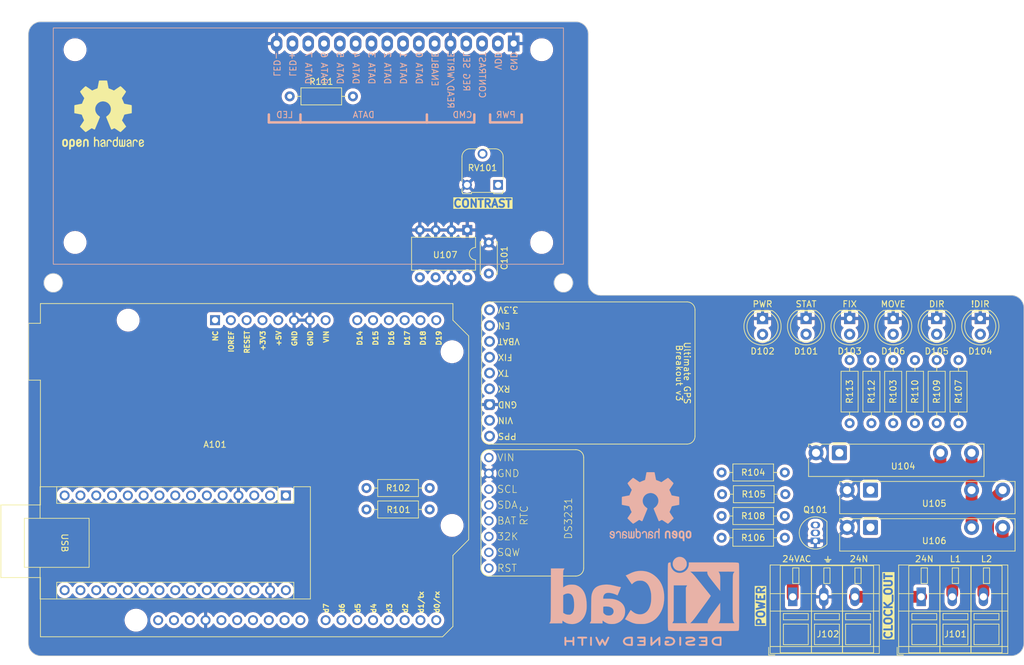
<source format=kicad_pcb>
(kicad_pcb (version 20221018) (generator pcbnew)
  (layers (0 "F.Cu" signal) (31 "B.Cu" signal) (34 "B.Paste" user) (35 "F.Paste" user) (36 "B.SilkS" user "B.Silkscreen") (37 "F.SilkS" user "F.Silkscreen") (38 "B.Mask" user) (39 "F.Mask" user) (44 "Edge.Cuts" user))
  (net 0 "")
  (net 6 "GND")
  (net 7 "+5V")
  (net 12 "/SDA")
  (net 13 "/SCL")
  (net 16 "/GPS_PPS")
  (net 17 "/EN")
  (net 18 "/DIR")
  (net 19 "/REG_SEL")
  (net 20 "/LCD_EN")
  (net 21 "/GPS_RX")
  (net 22 "/GPS_TX")
  (net 23 "/LCD_4")
  (net 24 "/LCD_5")
  (net 25 "/LCD_6")
  (net 26 "/LCD_7")
  (net 27 "/STAT")
  (net 31 "Net-(D103-A)")
  (net 32 "Net-(D104-A)")
  (net 33 "Net-(D105-A)")
  (net 34 "Net-(D106-A)")
  (net 35 "/24VAC_N")
  (net 36 "/L1_OUT")
  (net 37 "/L2_OUT")
  (net 38 "/24VAC_L")
  (net 39 "Net-(Q101-B)")
  (net 40 "/NOT_DIR")
  (net 41 "Net-(U102-FIX)")
  (net 42 "Net-(R104-Pad2)")
  (net 43 "Net-(R105-Pad2)")
  (net 44 "Net-(U108-LED+)")
  (net 45 "Net-(U108-CONTRAST)")
  (net 53 "Net-(U104-Pad14)")
  (net 58 "Net-(D101-A)")
  (net 59 "Net-(D102-A)")
  (footprint "Capacitor_THT:C_Disc_D5.0mm_W2.5mm_P5.00mm" (layer "F.Cu") (at -18 -1.5 90)
    (fp_text reference "C101" (at 2.5 2.5 90) (layer "F.SilkS"))
    (fp_text value "100nF")
    (pad "1" thru_hole circle (at 0 0 90) (size 1.6 1.6) (drill 0.8) (layers "*.Cu" "*.Mask") (net 7 "+5V"))
    (pad "2" thru_hole circle (at 5 0 90) (size 1.6 1.6) (drill 0.8) (layers "*.Cu" "*.Mask") (net 6 "GND"))
  )
  (footprint "Resistor_THT:R_Axial_DIN0207_L6.3mm_D2.5mm_P10.16mm_Horizontal" (layer "F.Cu") (at 29.58 37.5 180)
    (fp_text reference "R108" (at 5.08 0) (layer "F.SilkS"))
    (fp_text value "1k")
    (pad "1" thru_hole circle (at 0 0 180) (size 1.6 1.6) (drill 0.8) (layers "*.Cu" "*.Mask") (net 39 "Net-(Q101-B)"))
    (pad "2" thru_hole oval (at 10.16 0 180) (size 1.6 1.6) (drill 0.8) (layers "*.Cu" "*.Mask") (net 18 "/DIR"))
  )
  (footprint "ac1ja:Ultimate GPS Breakout V3 Module" (layer "F.Cu") (at -17.875 14.5 -90)
    (fp_text reference "U102")
    (fp_text value "~")
    (fp_text user "3.3V" (at -10.16 -1.27 180 unlocked) (layer "F.SilkS") (effects (justify right)))
    (fp_text user "RX" (at 2.54 -1.27 180 unlocked) (layer "F.SilkS") (effects (justify right)))
    (fp_text user "VIN" (at 7.62 -1.27 180 unlocked) (layer "F.SilkS") (effects (justify right)))
    (fp_text user "PPS" (at 10.16 -1.27 180 unlocked) (layer "F.SilkS") (effects (justify right)))
    (fp_text user "FIX" (at -2.54 -1.27 180 unlocked) (layer "F.SilkS") (effects (justify right)))
    (fp_text user "GND" (at 5.08 -1.27 180 unlocked) (layer "F.SilkS") (effects (justify right)))
    (fp_text user "EN" (at -7.62 -1.27 180 unlocked) (layer "F.SilkS") (effects (justify right)))
    (fp_text user "VBAT" (at -5.08 -1.27 180 unlocked) (layer "F.SilkS") (effects (justify right)))
    (fp_text user "Ultimate GPS" (at 0 -31.75 -90 unlocked) (layer "F.SilkS"))
    (fp_text user "TX" (at 0 -1.27 180 unlocked) (layer "F.SilkS") (effects (justify right)))
    (fp_text user "Breakout v3" (at 0 -30.48 -90 unlocked) (layer "F.SilkS"))
    (pad "1" thru_hole circle (at -10.16 0 270) (size 1.7272 1.7272) (drill 1.016) (layers "*.Cu" "*.Mask"))
    (pad "2" thru_hole circle (at -7.62 0 270) (size 1.7272 1.7272) (drill 1.016) (layers "*.Cu" "*.Mask"))
    (pad "3" thru_hole circle (at -5.08 0 270) (size 1.7272 1.7272) (drill 1.016) (layers "*.Cu" "*.Mask"))
    (pad "4" thru_hole circle (at -2.54 0 270) (size 1.7272 1.7272) (drill 1.016) (layers "*.Cu" "*.Mask") (net 41 "Net-(U102-FIX)"))
    (pad "5" thru_hole circle (at 0 0 270) (size 1.7272 1.7272) (drill 1.016) (layers "*.Cu" "*.Mask") (net 22 "/GPS_TX"))
    (pad "6" thru_hole circle (at 2.54 0 270) (size 1.7272 1.7272) (drill 1.016) (layers "*.Cu" "*.Mask") (net 21 "/GPS_RX"))
    (pad "7" thru_hole roundrect (at 5.08 0 270) (size 1.7272 1.7272) (drill 1.016) (layers "*.Cu" "*.Mask") (net 6 "GND"))
    (pad "8" thru_hole circle (at 7.62 0 270) (size 1.7272 1.7272) (drill 1.016) (layers "*.Cu" "*.Mask") (net 7 "+5V"))
    (pad "9" thru_hole circle (at 10.16 0 270) (size 1.7272 1.7272) (drill 1.016) (layers "*.Cu" "*.Mask") (net 16 "/GPS_PPS"))
  )
  (footprint "Resistor_THT:R_Axial_DIN0207_L6.3mm_D2.5mm_P10.16mm_Horizontal" (layer "F.Cu") (at 29.58 41 180)
    (fp_text reference "R106" (at 5.08 0) (layer "F.SilkS"))
    (fp_text value "510")
    (pad "1" thru_hole circle (at 0 0 180) (size 1.6 1.6) (drill 0.8) (layers "*.Cu" "*.Mask") (net 40 "/NOT_DIR"))
    (pad "2" thru_hole oval (at 10.16 0 180) (size 1.6 1.6) (drill 0.8) (layers "*.Cu" "*.Mask") (net 7 "+5V"))
  )
  (footprint "TerminalBlock_WAGO:TerminalBlock_WAGO_236-103_1x03_P5.00mm_45Degree" (layer "F.Cu") (at 30.85 50.5)
    (fp_text reference "J102" (at 5.65 6) (layer "F.SilkS"))
    (fp_text value "POWER")
    (pad "1" thru_hole rect (at 0 0) (size 1.5 3) (drill 1.15) (layers "*.Cu" "*.Mask") (net 38 "/24VAC_L"))
    (pad "2" thru_hole oval (at 5 0) (size 1.5 3) (drill 1.15) (layers "*.Cu" "*.Mask") (net 6 "GND"))
    (pad "3" thru_hole oval (at 10 0) (size 1.5 3) (drill 1.15) (layers "*.Cu" "*.Mask") (net 35 "/24VAC_N"))
  )
  (footprint "Package_TO_SOT_THT:TO-92_Inline" (layer "F.Cu") (at 34.5 41.5 90)
    (fp_text reference "Q101" (at 5 0 180) (layer "F.SilkS"))
    (fp_text value "2N3904")
    (pad "1" thru_hole rect (at 0 0 90) (size 1.05 1.5) (drill 0.75) (layers "*.Cu" "*.Mask") (net 6 "GND"))
    (pad "2" thru_hole oval (at 1.27 0 90) (size 1.05 1.5) (drill 0.75) (layers "*.Cu" "*.Mask") (net 39 "Net-(Q101-B)"))
    (pad "3" thru_hole oval (at 2.54 0 90) (size 1.05 1.5) (drill 0.75) (layers "*.Cu" "*.Mask") (net 40 "/NOT_DIR"))
  )
  (footprint "LED_THT:LED_D5.0mm" (layer "F.Cu") (at 40 5.725 -90)
    (fp_text reference "D103" (at 5.275 0 -180) (layer "F.SilkS"))
    (fp_text value "FIX")
    (pad "1" thru_hole rect (at 0 0 270) (size 1.8 1.8) (drill 0.9) (layers "*.Cu" "*.Mask") (net 6 "GND"))
    (pad "2" thru_hole circle (at 2.54 0 270) (size 1.8 1.8) (drill 0.9) (layers "*.Cu" "*.Mask") (net 31 "Net-(D103-A)"))
  )
  (footprint "ac1ja:DS3231" (layer "F.Cu") (at -17.985 37 -90)
    (fp_text reference "U103")
    (fp_text value "~" hide)
    (fp_text user "SDA" (at -1.27 -1.27) (layer "F.SilkS") (effects (font (size 1.1684 1.1684) (thickness 0.1016)) (justify left)))
    (fp_text user "GND" (at -6.35 -1.27) (layer "F.SilkS") (effects (font (size 1.1684 1.1684) (thickness 0.1016)) (justify left)))
    (fp_text user "SQW" (at 6.35 -1.27) (layer "F.SilkS") (effects (font (size 1.1684 1.1684) (thickness 0.1016)) (justify left)))
    (fp_text user "VIN" (at -8.89 -1.27) (layer "F.SilkS") (effects (font (size 1.1684 1.1684) (thickness 0.1016)) (justify left)))
    (fp_text user "DS3231" (at -2.54 -13.462 90) (layer "F.SilkS") (effects (font (size 1.1684 1.1684) (thickness 0.1016)) (justify right bottom)))
    (fp_text user "RTC" (at -1.27 -6.35 90) (layer "F.SilkS") (effects (font (size 1.1684 1.1684) (thickness 0.1016)) (justify right bottom)))
    (fp_text user "BAT" (at 1.27 -1.27) (layer "F.SilkS") (effects (font (size 1.1684 1.1684) (thickness 0.1016)) (justify left)))
    (fp_text user "32K" (at 3.81 -1.27) (layer "F.SilkS") (effects (font (size 1.1684 1.1684) (thickness 0.1016)) (justify left)))
    (fp_text user "RST" (at 8.89 -1.27) (layer "F.SilkS") (effects (font (size 1.1684 1.1684) (thickness 0.1016)) (justify left)))
    (fp_text user "SCL" (at -3.81 -1.27) (layer "F.SilkS") (effects (font (size 1.1684 1.1684) (thickness 0.1016)) (justify left)))
    (pad "1" thru_hole circle (at -8.89 0 270) (size 1.508 1.508) (drill 1) (layers "*.Cu" "*.Mask") (net 7 "+5V"))
    (pad "2" thru_hole circle (at -6.35 0 270) (size 1.508 1.508) (drill 1) (layers "*.Cu" "*.Mask") (net 6 "GND"))
    (pad "3" thru_hole circle (at -3.81 0 270) (size 1.508 1.508) (drill 1) (layers "*.Cu" "*.Mask") (net 13 "/SCL"))
    (pad "4" thru_hole circle (at -1.27 0 270) (size 1.508 1.508) (drill 1) (layers "*.Cu" "*.Mask") (net 12 "/SDA"))
    (pad "5" thru_hole circle (at 1.27 0 270) (size 1.508 1.508) (drill 1) (layers "*.Cu" "*.Mask"))
    (pad "6" thru_hole circle (at 3.81 0 270) (size 1.508 1.508) (drill 1) (layers "*.Cu" "*.Mask"))
    (pad "7" thru_hole circle (at 6.35 0 270) (size 1.508 1.508) (drill 1) (layers "*.Cu" "*.Mask"))
    (pad "8" thru_hole circle (at 8.89 0 270) (size 1.508 1.508) (drill 1) (layers "*.Cu" "*.Mask"))
  )
  (footprint "Resistor_THT:R_Axial_DIN0207_L6.3mm_D2.5mm_P10.16mm_Horizontal" (layer "F.Cu") (at -37.66 36.45)
    (fp_text reference "R101" (at 5.16 0.05) (layer "F.SilkS"))
    (fp_text value "10K")
    (pad "1" thru_hole circle (at 0 0) (size 1.6 1.6) (drill 0.8) (layers "*.Cu" "*.Mask") (net 7 "+5V"))
    (pad "2" thru_hole oval (at 10.16 0) (size 1.6 1.6) (drill 0.8) (layers "*.Cu" "*.Mask") (net 12 "/SDA"))
  )
  (footprint "Resistor_THT:R_Axial_DIN0207_L6.3mm_D2.5mm_P10.16mm_Horizontal" (layer "F.Cu") (at -37.66 33)
    (fp_text reference "R102" (at 5.08 0) (layer "F.SilkS"))
    (fp_text value "10K")
    (pad "1" thru_hole circle (at 0 0) (size 1.6 1.6) (drill 0.8) (layers "*.Cu" "*.Mask") (net 7 "+5V"))
    (pad "2" thru_hole oval (at 10.16 0) (size 1.6 1.6) (drill 0.8) (layers "*.Cu" "*.Mask") (net 13 "/SCL"))
  )
  (footprint "Symbol:OSHW-Logo2_14.6x12mm_SilkScreen" (layer "F.Cu") (at -80 -27)
    (fp_text reference "REF**" hide)
    (fp_text value "OSHW-Logo2_14.6x12mm_SilkScreen" hide)
  )
  (footprint "LED_THT:LED_D5.0mm" (layer "F.Cu") (at 47 5.725 -90)
    (fp_text reference "D106" (at 5.275 0 -180) (layer "F.SilkS"))
    (fp_text value "EN")
    (pad "1" thru_hole rect (at 0 0 270) (size 1.8 1.8) (drill 0.9) (layers "*.Cu" "*.Mask") (net 6 "GND"))
    (pad "2" thru_hole circle (at 2.54 0 270) (size 1.8 1.8) (drill 0.9) (layers "*.Cu" "*.Mask") (net 34 "Net-(D106-A)"))
  )
  (footprint "ac1ja:Arduino_Uno_Nano_Combo" (layer "F.Cu") (at -62 6)
    (fp_text reference "A101" (at 0 20 180) (layer "F.SilkS"))
    (fp_text value "Arduino_UNO_R3")
    (fp_text user "D14\n\nD15\n\nD16\n\nD17\n\nD18\n\nD19" (at 22.8 1.6 90 unlocked) (layer "F.SilkS") (effects (font (size 0.79 0.8) (thickness 0.19) bold) (justify right top)))
    (fp_text user "NC\n\nIOREF\n\nRESET\n\n+3V3\n\n+5V\n\nGND\n\nGND\n\nVIN" (at -0.4 1.6 90 unlocked) (layer "F.SilkS") (effects (font (size 0.79 0.8) (thickness 0.19) bold) (justify right top)))
    (fp_text user "d7\n\nd6\n\nd5\n\nd4\n\nd3\n\nd2\n\nd1/tx\n\nd0/rx" (at 17.4 47.2 90 unlocked) (layer "F.SilkS") (effects (font (size 0.79 0.8) (thickness 0.19) bold) (justify left top)))
    (fp_text user "USB" (at -24.175 35.82 -90 unlocked) (layer "F.SilkS"))
    (pad "" np_thru_hole circle (at -13.97 0 90) (size 3.2 3.2) (drill 3.2) (layers "*.Cu" "*.Mask"))
    (pad "" np_thru_hole circle (at -12.7 48.26 90) (size 3.2 3.2) (drill 3.2) (layers "*.Cu" "*.Mask"))
    (pad "" thru_hole oval (at -1.315 43.44 270) (size 1.6 1.6) (drill 1) (layers "*.Cu" "*.Mask"))
    (pad "" thru_hole oval (at 1.225 43.44 270) (size 1.6 1.6) (drill 1) (layers "*.Cu" "*.Mask"))
    (pad "" np_thru_hole circle (at 38.1 5.08 90) (size 3.2 3.2) (drill 3.2) (layers "*.Cu" "*.Mask"))
    (pad "" np_thru_hole circle (at 38.1 33.02 90) (size 3.2 3.2) (drill 3.2) (layers "*.Cu" "*.Mask"))
    (pad "1" thru_hole rect (at 0 0 90) (size 1.6 1.6) (drill 1) (layers "*.Cu" "*.Mask"))
    (pad "2" thru_hole oval (at -19.095 43.44 270) (size 1.6 1.6) (drill 1) (layers "*.Cu" "*.Mask"))
    (pad "2" thru_hole oval (at 2.54 0 90) (size 1.6 1.6) (drill 1) (layers "*.Cu" "*.Mask"))
    (pad "3" thru_hole oval (at 5.08 0 90) (size 1.6 1.6) (drill 1) (layers "*.Cu" "*.Mask"))
    (pad "3" thru_hole oval (at 6.305 28.2 270) (size 1.6 1.6) (drill 1) (layers "*.Cu" "*.Mask"))
    (pad "3" thru_hole oval (at 6.305 43.44 270) (size 1.6 1.6) (drill 1) (layers "*.Cu" "*.Mask"))
    (pad "4" thru_hole oval (at -21.635 43.44 270) (size 1.6 1.6) (drill 1) (layers "*.Cu" "*.Mask"))
    (pad "4" thru_hole oval (at 7.62 0 90) (size 1.6 1.6) (drill 1) (layers "*.Cu" "*.Mask"))
    (pad "5" thru_hole oval (at 3.765 43.44 270) (size 1.6 1.6) (drill 1) (layers "*.Cu" "*.Mask"))
    (pad "5" thru_hole oval (at 10.16 0 90) (size 1.6 1.6) (drill 1) (layers "*.Cu" "*.Mask"))
    (pad "6" thru_hole oval (at 12.7 0 90) (size 1.6 1.6) (drill 1) (layers "*.Cu" "*.Mask") (net 6 "GND"))
    (pad "7" thru_hole oval (at 3.765 28.2 270) (size 1.6 1.6) (drill 1) (layers "*.Cu" "*.Mask") (net 6 "GND"))
    (pad "7" thru_hole oval (at 8.845 43.44 270) (size 1.6 1.6) (drill 1) (layers "*.Cu" "*.Mask") (net 6 "GND"))
    (pad "7" thru_hole oval (at 15.24 0 90) (size 1.6 1.6) (drill 1) (layers "*.Cu" "*.Mask") (net 6 "GND"))
    (pad "8" thru_hole oval (at 11.385 43.44 270) (size 1.6 1.6) (drill 1) (layers "*.Cu" "*.Mask") (net 7 "+5V"))
    (pad "8" thru_hole oval (at 17.78 0 90) (size 1.6 1.6) (drill 1) (layers "*.Cu" "*.Mask") (net 7 "+5V"))
    (pad "9" thru_hole oval (at 22.86 0 90) (size 1.6 1.6) (drill 1) (layers "*.Cu" "*.Mask"))
    (pad "10" thru_hole oval (at 25.4 0 90) (size 1.6 1.6) (drill 1) (layers "*.Cu" "*.Mask"))
    (pad "11" thru_hole oval (at 27.94 0 90) (size 1.6 1.6) (drill 1) (layers "*.Cu" "*.Mask"))
    (pad "12" thru_hole oval (at -8.935 43.44 270) (size 1.6 1.6) (drill 1) (layers "*.Cu" "*.Mask"))
    (pad "12" thru_hole oval (at 30.48 0 90) (size 1.6 1.6) (drill 1) (layers "*.Cu" "*.Mask"))
    (pad "13" thru_hole oval (at -14.015 43.44 270) (size 1.6 1.6) (drill 1) (layers "*.Cu" "*.Mask") (net 12 "/SDA"))
    (pad "13" thru_hole oval (at 33.02 0 90) (size 1.6 1.6) (drill 1) (layers "*.Cu" "*.Mask") (net 12 "/SDA"))
    (pad "14" thru_hole oval (at -16.555 43.44 270) (size 1.6 1.6) (drill 1) (layers "*.Cu" "*.Mask") (net 13 "/SCL"))
    (pad "14" thru_hole oval (at 35.56 0 90) (size 1.6 1.6) (drill 1) (layers "*.Cu" "*.Mask") (net 13 "/SCL"))
    (pad "15" thru_hole rect (at 11.385 28.2 270) (size 1.6 1.6) (drill 1) (layers "*.Cu" "*.Mask"))
    (pad "15" thru_hole oval (at 35.56 48.26 90) (size 1.6 1.6) (drill 1) (layers "*.Cu" "*.Mask"))
    (pad "16" thru_hole oval (at 8.845 28.2 270) (size 1.6 1.6) (drill 1) (layers "*.Cu" "*.Mask"))
    (pad "16" thru_hole oval (at 33.02 48.26 90) (size 1.6 1.6) (drill 1) (layers "*.Cu" "*.Mask"))
    (pad "17" thru_hole oval (at 1.225 28.2 270) (size 1.6 1.6) (drill 1) (layers "*.Cu" "*.Mask") (net 16 "/GPS_PPS"))
    (pad "17" thru_hole oval (at 30.48 48.26 90) (size 1.6 1.6) (drill 1) (layers "*.Cu" "*.Mask") (net 16 "/GPS_PPS"))
    (pad "18" thru_hole oval (at -1.315 28.2 270) (size 1.6 1.6) (drill 1) (layers "*.Cu" "*.Mask") (net 17 "/EN"))
    (pad "18" thru_hole oval (at 27.94 48.26 90) (size 1.6 1.6) (drill 1) (layers "*.Cu" "*.Mask") (net 17 "/EN"))
    (pad "19" thru_hole oval (at -3.855 28.2 270) (size 1.6 1.6) (drill 1) (layers "*.Cu" "*.Mask") (net 18 "/DIR"))
    (pad "19" thru_hole oval (at 25.4 48.26 90) (size 1.6 1.6) (drill 1) (layers "*.Cu" "*.Mask") (net 18 "/DIR"))
    (pad "20" thru_hole oval (at -6.395 28.2 270) (size 1.6 1.6) (drill 1) (layers "*.Cu" "*.Mask") (net 19 "/REG_SEL"))
    (pad "20" thru_hole oval (at 22.86 48.26 90) (size 1.6 1.6) (drill 1) (layers "*.Cu" "*.Mask") (net 19 "/REG_SEL"))
    (pad "21" thru_hole oval (at -11.475 43.44 270) (size 1.6 1.6) (drill 1) (layers "*.Cu" "*.Mask") (net 20 "/LCD_EN"))
    (pad "21" thru_hole oval (at -8.935 28.2 270) (size 1.6 1.6) (drill 1) (layers "*.Cu" "*.Mask") (net 20 "/LCD_EN"))
    (pad "21" thru_hole oval (at 20.32 48.26 90) (size 1.6 1.6) (drill 1) (layers "*.Cu" "*.Mask") (net 20 "/LCD_EN"))
    (pad "22" thru_hole oval (at -11.475 28.2 270) (size 1.6 1.6) (drill 1) (layers "*.Cu" "*.Mask") (net 21 "/GPS_RX"))
    (pad "22" thru_hole oval (at 17.78 48.26 90) (size 1.6 1.6) (drill 1) (layers "*.Cu" "*.Mask") (net 21 "/GPS_RX"))
    (pad "23" thru_hole oval (at -14.015 28.2 270) (size 1.6 1.6) (drill 1) (layers "*.Cu" "*.Mask") (net 22 "/GPS_TX"))
    (pad "23" thru_hole oval (at 13.72 48.26 90) (size 1.6 1.6) (drill 1) (layers "*.Cu" "*.Mask") (net 22 "/GPS_TX"))
    (pad "24" thru_hole oval (at -16.555 28.2 270) (size 1.6 1.6) (drill 1) (layers "*.Cu" "*.Mask") (net 23 "/LCD_4"))
    (pad "24" thru_hole oval (at 11.18 48.26 90) (size 1.6 1.6) (drill 1) (layers "*.Cu" "*.Mask") (net 23 "/LCD_4"))
    (pad "25" thru_hole oval (at -19.095 28.2 270) (size 1.6 1.6) (drill 1) (layers "*.Cu" "*.Mask") (net 24 "/LCD_5"))
    (pad "25" thru_hole oval (at 8.64 48.26 90) (size 1.6 1.6) (drill 1) (layers "*.Cu" "*.Mask") (net 24 "/LCD_5"))
    (pad "26" thru_hole oval (at -21.635 28.2 270) (size 1.6 1.6) (drill 1) (layers "*.Cu" "*.Mask") (net 25 "/LCD_6"))
    (pad "26" thru_hole oval (at 6.1 48.26 90) (size 1.6 1.6) (drill 1) (layers "*.Cu" "*.Mask") (net 25 "/LCD_6"))
    (pad "27" thru_hole oval (at -24.175 28.2 270) (size 1.6 1.6) (drill 1) (layers "*.Cu" "*.Mask") (net 26 "/LCD_7"))
    (pad "27" thru_hole oval (at 3.56 48.26 90) (size 1.6 1.6) (drill 1) (layers "*.Cu" "*.Mask") (net 26 "/LCD_7"))
    (pad "28" thru_hole oval (at -24.175 43.44 270) (size 1.6 1.6) (drill 1) (layers "*.Cu" "*.Mask") (net 27 "/STAT"))
    (pad "28" thru_hole oval (at 1.02 48.26 90) (size 1.6 1.6) (drill 1) (layers "*.Cu" "*.Mask") (net 27 "/STAT"))
    (pad "29" thru_hole oval (at -1.52 48.26 90) (size 1.6 1.6) (drill 1) (layers "*.Cu" "*.Mask") (net 6 "GND"))
    (pad "30" thru_hole oval (at -4.06 48.26 90) (size 1.6 1.6) (drill 1) (layers "*.Cu" "*.Mask"))
    (pad "31" thru_hole oval (at -6.6 48.26 90) (size 1.6 1.6) (drill 1) (layers "*.Cu" "*.Mask"))
    (pad "31" thru_hole oval (at -6.395 43.44 270) (size 1.6 1.6) (drill 1) (layers "*.Cu" "*.Mask"))
    (pad "32" thru_hole oval (at -9.14 48.26 90) (size 1.6 1.6) (drill 1) (layers "*.Cu" "*.Mask"))
    (pad "32" thru_hole oval (at -3.855 43.44 270) (size 1.6 1.6) (drill 1) (layers "*.Cu" "*.Mask"))
  )
  (footprint "LED_THT:LED_D5.0mm" (layer "F.Cu") (at 54 5.725 -90)
    (fp_text reference "D105" (at 5.275 0 -180) (layer "F.SilkS"))
    (fp_text value "DIR")
    (pad "1" thru_hole rect (at 0 0 270) (size 1.8 1.8) (drill 0.9) (layers "*.Cu" "*.Mask") (net 6 "GND"))
    (pad "2" thru_hole circle (at 2.54 0 270) (size 1.8 1.8) (drill 0.9) (layers "*.Cu" "*.Mask") (net 33 "Net-(D105-A)"))
  )
  (footprint "Resistor_THT:R_Axial_DIN0207_L6.3mm_D2.5mm_P10.16mm_Horizontal" (layer "F.Cu") (at 54 22.58 90)
    (fp_text reference "R109" (at 5.08 0 90) (layer "F.SilkS"))
    (fp_text value "1k")
    (pad "1" thru_hole circle (at 0 0 90) (size 1.6 1.6) (drill 0.8) (layers "*.Cu" "*.Mask") (net 18 "/DIR"))
    (pad "2" thru_hole oval (at 10.16 0 90) (size 1.6 1.6) (drill 0.8) (layers "*.Cu" "*.Mask") (net 33 "Net-(D105-A)"))
  )
  (footprint "Resistor_THT:R_Axial_DIN0207_L6.3mm_D2.5mm_P10.16mm_Horizontal" (layer "F.Cu") (at 40 22.58 90)
    (fp_text reference "R113" (at 5.08 0 90) (layer "F.SilkS"))
    (fp_text value "1k")
    (pad "1" thru_hole circle (at 0 0 90) (size 1.6 1.6) (drill 0.8) (layers "*.Cu" "*.Mask") (net 7 "+5V"))
    (pad "2" thru_hole oval (at 10.16 0 90) (size 1.6 1.6) (drill 0.8) (layers "*.Cu" "*.Mask") (net 59 "Net-(D102-A)"))
  )
  (footprint "OptoDevice:Finder_34.81" (layer "F.Cu") (at 43.35 33.3425)
    (fp_text reference "U105" (at 10.25 2.1575) (layer "F.SilkS"))
    (fp_text value "G3MB-202P")
    (pad "11" thru_hole circle (at 16.25 0) (size 2.4 2.4) (drill 1.3) (layers "*.Cu" "*.Mask") (net 53 "Net-(U104-Pad14)"))
    (pad "14" thru_hole circle (at 21.25 0) (size 2.4 2.4) (drill 1.3) (layers "*.Cu" "*.Mask") (net 36 "/L1_OUT"))
    (pad "A1" thru_hole roundrect (at 0 0) (size 2.4 2.4) (drill 1.3) (layers "*.Cu" "*.Mask") (roundrect_rratio 0.104) (net 43 "Net-(R105-Pad2)"))
    (pad "A2" thru_hole circle (at -3.75 0) (size 2.4 2.4) (drill 1.3) (layers "*.Cu" "*.Mask") (net 6 "GND"))
  )
  (footprint "Resistor_THT:R_Axial_DIN0207_L6.3mm_D2.5mm_P10.16mm_Horizontal" (layer "F.Cu") (at 19.5 34)
    (fp_text reference "R105" (at 5.08 0) (layer "F.SilkS"))
    (fp_text value "510")
    (pad "1" thru_hole circle (at 0 0) (size 1.6 1.6) (drill 0.8) (layers "*.Cu" "*.Mask") (net 18 "/DIR"))
    (pad "2" thru_hole oval (at 10.16 0) (size 1.6 1.6) (drill 0.8) (layers "*.Cu" "*.Mask") (net 43 "Net-(R105-Pad2)"))
  )
  (footprint "LED_THT:LED_D5.0mm" (layer "F.Cu") (at 33 5.725 -90)
    (fp_text reference "D101" (at 5.275 0 -180) (layer "F.SilkS"))
    (fp_text value "STAT_LED")
    (pad "1" thru_hole rect (at 0 0 270) (size 1.8 1.8) (drill 0.9) (layers "*.Cu" "*.Mask") (net 6 "GND"))
    (pad "2" thru_hole circle (at 2.54 0 270) (size 1.8 1.8) (drill 0.9) (layers "*.Cu" "*.Mask") (net 58 "Net-(D101-A)"))
  )
  (footprint "LED_THT:LED_D5.0mm" (layer "F.Cu") (at 26 5.75 -90)
    (fp_text reference "D102" (at 5.25 0 -180) (layer "F.SilkS"))
    (fp_text value "PWR")
    (pad "1" thru_hole rect (at 0 0 270) (size 1.8 1.8) (drill 0.9) (layers "*.Cu" "*.Mask") (net 6 "GND"))
    (pad "2" thru_hole circle (at 2.54 0 270) (size 1.8 1.8) (drill 0.9) (layers "*.Cu" "*.Mask") (net 59 "Net-(D102-A)"))
  )
  (footprint "Potentiometer_THT:Potentiometer_Runtron_RM-065_Vertical" (layer "F.Cu") (at -16.5 -15.76 180)
    (fp_text reference "RV101" (at 2.5 2.74) (layer "F.SilkS"))
    (fp_text value "10k")
    (pad "1" thru_hole rect (at 0 0 180) (size 1.56 1.56) (drill 1) (layers "*.Cu" "*.Mask") (net 7 "+5V"))
    (pad "2" thru_hole circle (at 2.5 5 180) (size 1.56 1.56) (drill 1) (layers "*.Cu" "*.Mask") (net 45 "Net-(U108-CONTRAST)"))
    (pad "3" thru_hole circle (at 5 0 180) (size 1.56 1.56) (drill 1) (layers "*.Cu" "*.Mask") (net 6 "GND"))
  )
  (footprint "Resistor_THT:R_Axial_DIN0207_L6.3mm_D2.5mm_P10.16mm_Horizontal" (layer "F.Cu") (at 43.5 22.58 90)
    (fp_text reference "R112" (at 5.08 0 90) (layer "F.SilkS"))
    (fp_text value "1k")
    (pad "1" thru_hole circle (at 0 0 90) (size 1.6 1.6) (drill 0.8) (layers "*.Cu" "*.Mask") (net 27 "/STAT"))
    (pad "2" thru_hole oval (at 10.16 0 90) (size 1.6 1.6) (drill 0.8) (layers "*.Cu" "*.Mask") (net 58 "Net-(D101-A)"))
  )
  (footprint "OptoDevice:Finder_34.81" (layer "F.Cu") (at 43.35 39.3425)
    (fp_text reference "U106" (at 10.25 2.1575) (layer "F.SilkS"))
    (fp_text value "G3MB-202P")
    (pad "11" thru_hole circle (at 16.25 0) (size 2.4 2.4) (drill 1.3) (layers "*.Cu" "*.Mask") (net 53 "Net-(U104-Pad14)"))
    (pad "14" thru_hole circle (at 21.25 0) (size 2.4 2.4) (drill 1.3) (layers "*.Cu" "*.Mask") (net 37 "/L2_OUT"))
    (pad "A1" thru_hole roundrect (at 0 0) (size 2.4 2.4) (drill 1.3) (layers "*.Cu" "*.Mask") (roundrect_rratio 0.104) (net 40 "/NOT_DIR"))
    (pad "A2" thru_hole circle (at -3.75 0) (size 2.4 2.4) (drill 1.3) (layers "*.Cu" "*.Mask") (net 6 "GND"))
  )
  (footprint "OptoDevice:Finder_34.81" (layer "F.Cu") (at 38.35 27.3425)
    (fp_text reference "U104" (at 10.25 2.1575) (layer "F.SilkS"))
    (fp_text value "G3MB-202P")
    (pad "11" thru_hole circle (at 16.25 0) (size 2.4 2.4) (drill 1.3) (layers "*.Cu" "*.Mask") (net 38 "/24VAC_L"))
    (pad "14" thru_hole circle (at 21.25 0) (size 2.4 2.4) (drill 1.3) (layers "*.Cu" "*.Mask") (net 53 "Net-(U104-Pad14)"))
    (pad "A1" thru_hole roundrect (at 0 0) (size 2.4 2.4) (drill 1.3) (layers "*.Cu" "*.Mask") (roundrect_rratio 0.104) (net 42 "Net-(R104-Pad2)"))
    (pad "A2" thru_hole circle (at -3.75 0) (size 2.4 2.4) (drill 1.3) (layers "*.Cu" "*.Mask") (net 6 "GND"))
  )
  (footprint "TerminalBlock_WAGO:TerminalBlock_WAGO_236-103_1x03_P5.00mm_45Degree" (layer "F.Cu") (at 51.5 50.5)
    (fp_text reference "J101" (at 5.5 6) (layer "F.SilkS"))
    (fp_text value "CLOCK_OUT")
    (pad "1" thru_hole rect (at 0 0) (size 1.5 3) (drill 1.15) (layers "*.Cu" "*.Mask") (net 35 "/24VAC_N"))
    (pad "2" thru_hole oval (at 5 0) (size 1.5 3) (drill 1.15) (layers "*.Cu" "*.Mask") (net 36 "/L1_OUT"))
    (pad "3" thru_hole oval (at 10 0) (size 1.5 3) (drill 1.15) (layers "*.Cu" "*.Mask") (net 37 "/L2_OUT"))
  )
  (footprint "Resistor_THT:R_Axial_DIN0207_L6.3mm_D2.5mm_P10.16mm_Horizontal" (layer "F.Cu") (at 47 22.58 90)
    (fp_text reference "R103" (at 5.08 0 90) (layer "F.SilkS"))
    (fp_text value "1k")
    (pad "1" thru_hole circle (at 0 0 90) (size 1.6 1.6) (drill 0.8) (layers "*.Cu" "*.Mask") (net 41 "Net-(U102-FIX)"))
    (pad "2" thru_hole oval (at 10.16 0 90) (size 1.6 1.6) (drill 0.8) (layers "*.Cu" "*.Mask") (net 31 "Net-(D103-A)"))
  )
  (footprint "Resistor_THT:R_Axial_DIN0207_L6.3mm_D2.5mm_P10.16mm_Horizontal" (layer "F.Cu") (at 50.5 22.58 90)
    (fp_text reference "R110" (at 5.08 0 90) (layer "F.SilkS"))
    (fp_text value "1k")
    (pad "1" thru_hole circle (at 0 0 90) (size 1.6 1.6) (drill 0.8) (layers "*.Cu" "*.Mask") (net 17 "/EN"))
    (pad "2" thru_hole oval (at 10.16 0 90) (size 1.6 1.6) (drill 0.8) (layers "*.Cu" "*.Mask") (net 34 "Net-(D106-A)"))
  )
  (footprint "Resistor_THT:R_Axial_DIN0207_L6.3mm_D2.5mm_P10.16mm_Horizontal" (layer "F.Cu") (at 57.5 22.58 90)
    (fp_text reference "R107" (at 5.08 0 90) (layer "F.SilkS"))
    (fp_text value "1k")
    (pad "1" thru_hole circle (at 0 0 90) (size 1.6 1.6) (drill 0.8) (layers "*.Cu" "*.Mask") (net 40 "/NOT_DIR"))
    (pad "2" thru_hole oval (at 10.16 0 90) (size 1.6 1.6) (drill 0.8) (layers "*.Cu" "*.Mask") (net 32 "Net-(D104-A)"))
  )
  (footprint "LED_THT:LED_D5.0mm" (layer "F.Cu") (at 61 5.725 -90)
    (fp_text reference "D104" (at 5.275 0 -180) (layer "F.SilkS"))
    (fp_text value "NOT_DIR")
    (pad "1" thru_hole rect (at 0 0 270) (size 1.8 1.8) (drill 0.9) (layers "*.Cu" "*.Mask") (net 6 "GND"))
    (pad "2" thru_hole circle (at 2.54 0 270) (size 1.8 1.8) (drill 0.9) (layers "*.Cu" "*.Mask") (net 32 "Net-(D104-A)"))
  )
  (footprint "Resistor_THT:R_Axial_DIN0207_L6.3mm_D2.5mm_P10.16mm_Horizontal" (layer "F.Cu") (at -50 -30)
    (fp_text reference "R111" (at 5.08 -2.37) (layer "F.SilkS"))
    (fp_text value "220")
    (pad "1" thru_hole circle (at 0 0) (size 1.6 1.6) (drill 0.8) (layers "*.Cu" "*.Mask") (net 44 "Net-(U108-LED+)"))
    (pad "2" thru_hole oval (at 10.16 0) (size 1.6 1.6) (drill 0.8) (layers "*.Cu" "*.Mask") (net 7 "+5V"))
  )
  (footprint "Resistor_THT:R_Axial_DIN0207_L6.3mm_D2.5mm_P10.16mm_Horizontal" (layer "F.Cu") (at 19.42 30.5)
    (fp_text reference "R104" (at 5.08 0) (layer "F.SilkS"))
    (fp_text value "510")
    (pad "1" thru_hole circle (at 0 0) (size 1.6 1.6) (drill 0.8) (layers "*.Cu" "*.Mask") (net 17 "/EN"))
    (pad "2" thru_hole oval (at 10.16 0) (size 1.6 1.6) (drill 0.8) (layers "*.Cu" "*.Mask") (net 42 "Net-(R104-Pad2)"))
  )
  (footprint "Package_DIP:DIP-8_W7.62mm" (layer "F.Cu") (at -21.46 -8.5 -90)
    (fp_text reference "U107" (at 4 3.54 -180) (layer "F.SilkS"))
    (fp_text value "CAT24C256")
    (pad "1" thru_hole rect (at 0 0 270) (size 1.6 1.6) (drill 0.8) (layers "*.Cu" "*.Mask") (net 6 "GND"))
    (pad "2" thru_hole oval (at 0 2.54 270) (size 1.6 1.6) (drill 0.8) (layers "*.Cu" "*.Mask") (net 6 "GND"))
    (pad "3" thru_hole oval (at 0 5.08 270) (size 1.6 1.6) (drill 0.8) (layers "*.Cu" "*.Mask") (net 6 "GND"))
    (pad "4" thru_hole oval (at 0 7.62 270) (size 1.6 1.6) (drill 0.8) (layers "*.Cu" "*.Mask") (net 6 "GND"))
    (pad "5" thru_hole oval (at 7.62 7.62 270) (size 1.6 1.6) (drill 0.8) (layers "*.Cu" "*.Mask") (net 12 "/SDA"))
    (pad "6" thru_hole oval (at 7.62 5.08 270) (size 1.6 1.6) (drill 0.8) (layers "*.Cu" "*.Mask") (net 13 "/SCL"))
    (pad "7" thru_hole oval (at 7.62 2.54 270) (size 1.6 1.6) (drill 0.8) (layers "*.Cu" "*.Mask") (net 6 "GND"))
    (pad "8" thru_hole oval (at 7.62 0 270) (size 1.6 1.6) (drill 0.8) (layers "*.Cu" "*.Mask") (net 7 "+5V"))
  )
  (footprint "Symbol:KiCad-Logo2_12mm_SilkScreen" (layer "B.Cu") (at 7 50 180)
    (fp_text reference "REF**" hide)
    (fp_text value "KiCad-Logo2_12mm_SilkScreen" hide)
  )
  (footprint "ac1ja:2x16_LCD" (layer "B.Cu") (at -47 -22 180)
    (fp_text reference "U108" hide)
    (fp_text value "~")
    (fp_text user "DATA" (at -8.89 4.445 unlocked) (layer "B.SilkS") (effects (justify bottom mirror)))
    (fp_text user "DATA 4" (at -7.62 15.24 270 unlocked) (layer "B.SilkS") (effects (justify right mirror)))
    (fp_text user "PWR" (at -31.75 4.445 unlocked) (layer "B.SilkS") (effects (justify bottom mirror)))
    (fp_text user "DATA 3" (at -10.16 15.24 270 unlocked) (layer "B.SilkS") (effects (justify right mirror)))
    (fp_text user "DATA 7" (at 0 15.24 270 unlocked) (layer "B.SilkS") (effects (justify right mirror)))
    (fp_text user "LED" (at 3.81 4.445 unlocked) (layer "B.SilkS") (effects (justify bottom mirror)))
    (fp_text user "DATA 5" (at -5.08 15.24 270 unlocked) (layer "B.SilkS") (effects (justify right mirror)))
    (fp_text user "ENABLE" (at -20.32 15.24 270 unlocked) (layer "B.SilkS") (effects (justify right mirror)))
    (fp_text user "CMD" (at -24.765 4.445 unlocked) (layer "B.SilkS") (effects (justify bottom mirror)))
    (fp_text user "DATA 1" (at -15.24 15.24 270 unlocked) (layer "B.SilkS") (effects (justify right mirror)))
    (fp_text user "CONTRAST" (at -27.94 15.24 270 unlocked) (layer "B.SilkS") (effects (justify right mirror)))
    (fp_text user "READ/WRITE" (at -22.86 15.24 270 unlocked) (layer "B.SilkS") (effects (justify right mirror)))
    (fp_text user "LED-" (at 5.08 15.24 270 unlocked) (layer "B.SilkS") (effects (justify right mirror)))
    (fp_text user "LED+" (at 2.54 15.24 270 unlocked) (layer "B.SilkS") (effects (justify right mirror)))
    (fp_text user "DATA 6" (at -2.54 15.24 270 unlocked) (layer "B.SilkS") (effects (justify right mirror)))
    (fp_text user "DATA 0" (at -17.78 15.24 270 unlocked) (layer "B.SilkS") (effects (justify right mirror)))
    (fp_text user "GND" (at -33 15.24 270 unlocked) (layer "B.SilkS") (effects (justify right mirror)))
    (fp_text user "REG SEL" (at -25.4 15.24 270 unlocked) (layer "B.SilkS") (effects (justify right mirror)))
    (fp_text user "DATA 2" (at -12.7 15.24 270 unlocked) (layer "B.SilkS") (effects (justify right mirror)))
    (fp_text user "VDD" (at -30.48 15.24 270 unlocked) (layer "B.SilkS") (effects (justify right mirror)))
    (pad "" np_thru_hole circle (at -37.5 -15.5 90) (size 3.2 3.2) (drill 3.2) (layers "*.Cu" "*.Mask"))
    (pad "" np_thru_hole circle (at -37.5 15.5 90) (size 3.2 3.2) (drill 3.2) (layers "*.Cu" "*.Mask"))
    (pad "" np_thru_hole circle (at 37.5 -15.5 90) (size 3.2 3.2) (drill 3.2) (layers "*.Cu" "*.Mask"))
    (pad "" np_thru_hole circle (at 37.5 15.5 90) (size 3.2 3.2) (drill 3.2) (layers "*.Cu" "*.Mask"))
    (pad "1" thru_hole rect (at -33 16.5 180) (size 1.85 2.54) (drill 1) (layers "*.Cu" "*.Mask") (net 6 "GND"))
    (pad "2" thru_hole oval (at -30.46 16.5 180) (size 1.85 2.54) (drill 1) (layers "*.Cu" "*.Mask") (net 7 "+5V"))
    (pad "3" thru_hole oval (at -27.92 16.5 180) (size 1.85 2.54) (drill 1) (layers "*.Cu" "*.Mask") (net 45 "Net-(U108-CONTRAST)"))
    (pad "4" thru_hole oval (at -25.38 16.5 180) (size 1.85 2.54) (drill 1) (layers "*.Cu" "*.Mask") (net 19 "/REG_SEL"))
    (pad "5" thru_hole oval (at -22.84 16.5 180) (size 1.85 2.54) (drill 1) (layers "*.Cu" "*.Mask") (net 6 "GND"))
    (pad "6" thru_hole oval (at -20.3 16.5 180) (size 1.85 2.54) (drill 1) (layers "*.Cu" "*.Mask") (net 20 "/LCD_EN"))
    (pad "7" thru_hole oval (at -17.76 16.5 180) (size 1.85 2.54) (drill 1) (layers "*.Cu" "*.Mask"))
    (pad "8" thru_hole oval (at -15.22 16.5 180) (size 1.85 2.54) (drill 1) (layers "*.Cu" "*.Mask"))
    (pad "9" thru_hole oval (at -12.68 16.5 180) (size 1.85 2.54) (drill 1) (layers "*.Cu" "*.Mask"))
    (pad "10" thru_hole oval (at -10.14 16.5 180) (size 1.85 2.54) (drill 1) (layers "*.Cu" "*.Mask"))
    (pad "11" thru_hole oval (at -7.6 16.5 180) (size 1.85 2.54) (drill 1) (layers "*.Cu" "*.Mask") (net 23 "/LCD_4"))
    (pad "12" thru_hole oval (at -5.06 16.5 180) (size 1.85 2.54) (drill 1) (layers "*.Cu" "*.Mask") (net 24 "/LCD_5"))
    (pad "13" thru_hole oval (at -2.52 16.5 180) (size 1.85 2.54) (drill 1) (layers "*.Cu" "*.Mask") (net 25 "/LCD_6"))
    (pad "14" thru_hole oval (at 0.02 16.5 180) (size 1.85 2.54) (drill 1) (layers "*.Cu" "*.Mask") (net 26 "/LCD_7"))
    (pad "15" thru_hole oval (at 2.56 16.5 180) (size 1.85 2.54) (drill 1) (layers "*.Cu" "*.Mask") (net 44 "Net-(U108-LED+)"))
    (pad "16" thru_hole oval (at 5.1 16.5 180) (size 1.85 2.54) (drill 1) (layers "*.Cu" "*.Mask") (net 6 "GND"))
  )
  (footprint "Symbol:OSHW-Logo2_14.6x12mm_SilkScreen" (layer "B.Cu") (at 8 36 180)
    (fp_text reference "REF**" hide)
    (fp_text value "OSHW-Logo2_14.6x12mm_SilkScreen" hide)
  )
  (gr_line (start 36.2 44.7) (end 36.8 44.7) (stroke (width 0.15)) (layer "F.SilkS"))
  (gr_line (start 36.5 44) (end 36.5 44.5) (stroke (width 0.15)) (layer "F.SilkS"))
  (gr_line (start 36 44.5) (end 37 44.5) (stroke (width 0.15)) (layer "F.SilkS"))
  (gr_line (start 36.3 44.9) (end 36.7 44.9) (stroke (width 0.15)) (layer "F.SilkS"))
  (gr_arc (start 68 58) (mid 67.414214 59.414214) (end 66 60) (stroke (width 0.1)) (layer "Edge.Cuts"))
  (gr_arc (start -92 -40) (mid -91.414214 -41.414214) (end -90 -42) (stroke (width 0.1)) (layer "Edge.Cuts"))
  (gr_arc (start 66 2) (mid 67.414214 2.585786) (end 68 4) (stroke (width 0.1)) (layer "Edge.Cuts"))
  (gr_circle (center -6 0) (end -4.5 0) (stroke (width 0.1)) (fill none) (layer "Edge.Cuts"))
  (gr_line (start 0 2) (end 66 2) (stroke (width 0.1)) (layer "Edge.Cuts"))
  (gr_line (start -4 -42) (end -90 -42) (stroke (width 0.1)) (layer "Edge.Cuts"))
  (gr_line (start -2 0) (end -2 -40) (stroke (width 0.1)) (layer "Edge.Cuts"))
  (gr_arc (start -90 60) (mid -91.414214 59.414214) (end -92 58) (stroke (width 0.1)) (layer "Edge.Cuts"))
  (gr_line (start -90 60) (end 66 60) (stroke (width 0.1)) (layer "Edge.Cuts"))
  (gr_line (start -92 -40) (end -92 58) (stroke (width 0.1)) (layer "Edge.Cuts"))
  (gr_circle (center -88 0) (end -86.5 0) (stroke (width 0.1)) (fill none) (layer "Edge.Cuts"))
  (gr_arc (start 0 2) (mid -1.414214 1.414214) (end -2 0) (stroke (width 0.1)) (layer "Edge.Cuts"))
  (gr_line (start 68 58) (end 68 4) (stroke (width 0.1)) (layer "Edge.Cuts"))
  (gr_arc (start -4 -42) (mid -2.585786 -41.414214) (end -2 -40) (stroke (width 0.1)) (layer "Edge.Cuts"))
  (gr_text "L1" (at 57 45) (layer "F.SilkS") (effects (font (size 1 1)) (justify bottom)))
  (gr_text "DIR" (at 54 4) (layer "F.SilkS") (effects (font (size 1 1)) (justify bottom)))
  (gr_text "24N" (at 41.5 45) (layer "F.SilkS") (effects (font (size 1 1)) (justify bottom)))
  (gr_text "24N" (at 52 45) (layer "F.SilkS") (effects (font (size 1 1)) (justify bottom)))
  (gr_text "CONTRAST" (at -19 -13.5) (layer "F.SilkS" knockout) (effects (font (size 1.25 1.25) (thickness 0.3) bold) (justify top)))
  (gr_text "24VAC" (at 31.5 45) (layer "F.SilkS") (effects (font (size 1 1)) (justify bottom)))
  (gr_text "!DIR" (at 61 4) (layer "F.SilkS") (effects (font (size 1 1)) (justify bottom)))
  (gr_text "L2" (at 62 45) (layer "F.SilkS") (effects (font (size 1 1)) (justify bottom)))
  (gr_text "STAT" (at 33 4) (layer "F.SilkS") (effects (font (size 1 1)) (justify bottom)))
  (gr_text "FIX" (at 40 4) (layer "F.SilkS") (effects (font (size 1 1)) (justify bottom)))
  (gr_text "PWR" (at 26 4) (layer "F.SilkS") (effects (font (size 1 1)) (justify bottom)))
  (gr_text "CLOCK_OUT" (at 45.5 52 90) (layer "F.SilkS" knockout) (effects (font (size 1.25 1.25) (thickness 0.3) bold) (justify top)))
  (gr_text "POWER" (at 25 52 90) (layer "F.SilkS" knockout) (effects (font (size 1.25 1.25) (thickness 0.3) bold) (justify top)))
  (gr_text "MOVE" (at 47 4) (layer "F.SilkS") (effects (font (size 1 1)) (justify bottom)))
  (segment (start 40.85 50.5) (end 51.5 50.5) (width 1.9) (layer "F.Cu") (net 35))
  (segment (start 56.5 46.5) (end 56.5 50) (width 1.9) (layer "F.Cu") (net 36))
  (segment (start 64.6 33.3425) (end 62.25 35.6925) (width 1.9) (layer "F.Cu") (net 36))
  (segment (start 62.25 40.75) (end 56.5 46.5) (width 1.9) (layer "F.Cu") (net 36))
  (segment (start 62.25 35.6925) (end 62.25 40.75) (width 1.9) (layer "F.Cu") (net 36))
  (segment (start 61.5 45.25) (end 61.5 50) (width 1.9) (layer "F.Cu") (net 37))
  (segment (start 64.6 39.3425) (end 64.6 42.15) (width 1.9) (layer "F.Cu") (net 37))
  (segment (start 64.6 42.15) (end 61.5 45.25) (width 1.9) (layer "F.Cu") (net 37))
  (segment (start 34 45) (end 49 45) (width 1.9) (layer "F.Cu") (net 38))
  (segment (start 54.6 39.4) (end 54.6 27.3425) (width 1.9) (layer "F.Cu") (net 38))
  (segment (start 30.85 50.5) (end 30.85 48.15) (width 1.9) (layer "F.Cu") (net 38))
  (segment (start 30.85 48.15) (end 34 45) (width 1.9) (layer "F.Cu") (net 38))
  (segment (start 49 45) (end 54.6 39.4) (width 1.9) (layer "F.Cu") (net 38))
  (segment (start 59.6 33.3425) (end 59.6 27.3425) (width 1.9) (layer "F.Cu") (net 53))
  (segment (start 59.6 39.3425) (end 59.6 33.3425) (width 1.9) (layer "F.Cu") (net 53))
  (zone (net 6) (net_name "GND") (layers "F&B.Cu") (connect_pads (clearance 0.5)) (min_thickness 0.25) (fill yes (thermal_gap 0.5) (thermal_bridge_width 0.5))
    (polygon (pts (xy -92 -42) (xy -92 60) (xy 68 60) (xy 68 -42)))
  )
)
</source>
